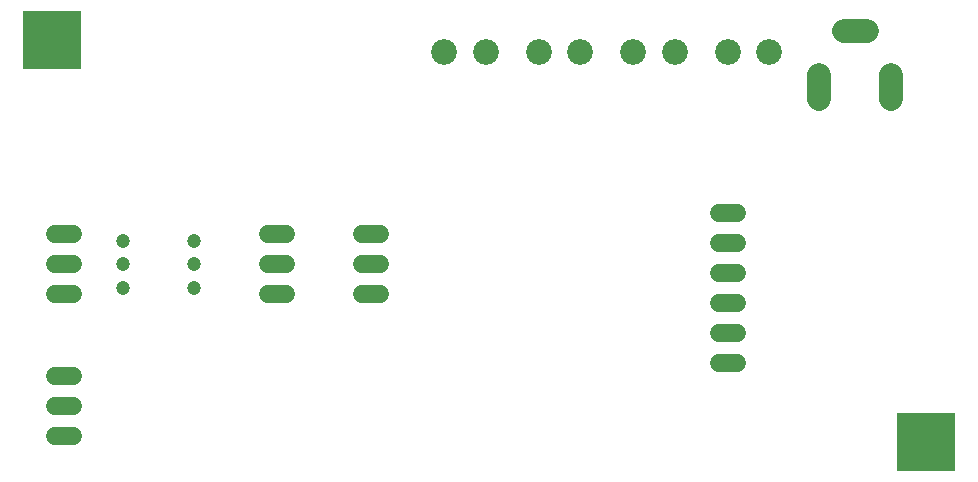
<source format=gbr>
G04 EAGLE Gerber RS-274X export*
G75*
%MOMM*%
%FSLAX34Y34*%
%LPD*%
%INSoldermask Bottom*%
%IPPOS*%
%AMOC8*
5,1,8,0,0,1.08239X$1,22.5*%
G01*
%ADD10C,2.000000*%
%ADD11C,1.524000*%
%ADD12C,1.500000*%
%ADD13C,1.200000*%
%ADD14C,2.184400*%
%ADD15R,4.900000X4.900000*%


D10*
X679000Y340000D02*
X679000Y320000D01*
X740000Y320000D02*
X740000Y340000D01*
X720000Y378000D02*
X700000Y378000D01*
D11*
X609520Y223500D02*
X594280Y223500D01*
X594280Y198100D02*
X609520Y198100D01*
X609520Y172700D02*
X594280Y172700D01*
X594280Y147300D02*
X609520Y147300D01*
X609520Y121900D02*
X594280Y121900D01*
X594280Y96500D02*
X609520Y96500D01*
D12*
X227500Y180000D02*
X212500Y180000D01*
X212500Y154600D02*
X227500Y154600D01*
X227500Y205400D02*
X212500Y205400D01*
D13*
X90000Y180000D03*
X90000Y160000D03*
X90000Y200000D03*
D11*
X47620Y34600D02*
X32380Y34600D01*
X32380Y60000D02*
X47620Y60000D01*
X47620Y85400D02*
X32380Y85400D01*
X32380Y154600D02*
X47620Y154600D01*
X47620Y180000D02*
X32380Y180000D01*
X32380Y205400D02*
X47620Y205400D01*
D12*
X292500Y180000D02*
X307500Y180000D01*
X307500Y154600D02*
X292500Y154600D01*
X292500Y205400D02*
X307500Y205400D01*
D13*
X150000Y180000D03*
X150000Y160000D03*
X150000Y200000D03*
D14*
X522000Y360000D03*
X557000Y360000D03*
X442000Y360000D03*
X477000Y360000D03*
X362000Y360000D03*
X397000Y360000D03*
X602000Y360000D03*
X637000Y360000D03*
D15*
X30000Y370000D03*
X770000Y30000D03*
M02*

</source>
